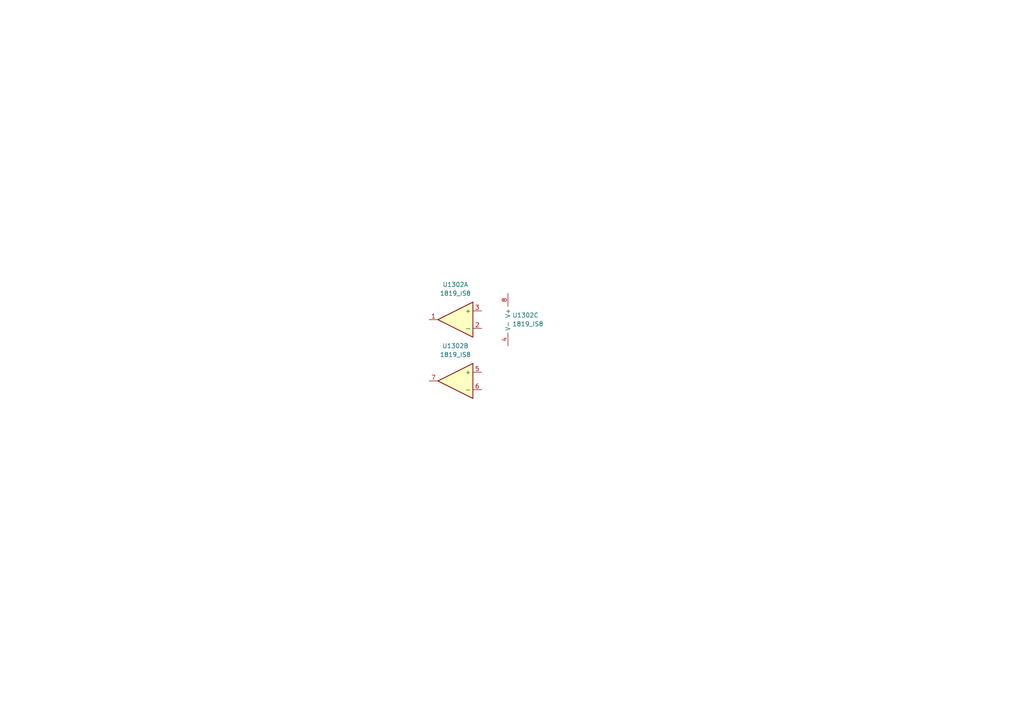
<source format=kicad_sch>
(kicad_sch (version 20250114) (generator "eeschema") (generator_version "9.0")
  (paper "A4")
  (lib_symbols
    (symbol "MYLIB_Misc:LT1819_IS8"
      (property "Reference" "U" (at 0 8.89 0))
      (property "Value" "1819_IS8" (at 0.508 6.858 0))
      (symbol "LT1819_IS8_1_1"
        (polyline (pts (xy -3.81 5.08) (xy 6.35 0) (xy -3.81 -5.08) (xy -3.81 5.08)) (stroke (width 0.254)) (fill (type background)))
        (pin input line (at -6.35 2.54 0) (length 2.54) (name "+") (number "3"))
        (pin input line (at -6.35 -2.54 0) (length 2.54) (name "-") (number "2"))
        (pin output line (at 8.89 0 180) (length 2.54) (name "~") (number "1"))
      )
      (symbol "LT1819_IS8_2_1"
        (polyline (pts (xy -3.81 5.08) (xy 6.35 0) (xy -3.81 -5.08) (xy -3.81 5.08)) (stroke (width 0.254)) (fill (type background)))
        (pin input line (at -6.35 2.54 0) (length 2.54) (name "+") (number "5"))
        (pin input line (at -6.35 -2.54 0) (length 2.54) (name "-") (number "6"))
        (pin output line (at 8.89 0 180) (length 2.54) (name "~") (number "7"))
      )
      (symbol "LT1819_IS8_3_1"
        (pin power_in line (at -6.35 7.62 270) (length 3.81) (name "V+") (number "8"))
        (pin power_in line (at -6.35 -7.62 90) (length 3.81) (name "V-") (number "4"))
      )
    )
  )
  (symbol (lib_id "MYLIB_Misc:LT1819_IS8") (at 140.97 92.71 0) (mirror y) (unit 3)
    (property "Reference" "U1302" (at 148.59 91.4399 0) (effects (justify right)))
    (property "Value" "1819_IS8" (at 148.59 93.9799 0) (effects (justify right)))
    (property "Footprint" "MYLIB_Misc:LT1819" (effects (hide yes)))
    (property "Datasheet" "https://www.analog.com/media/en/technical-documentation/data-sheets/18189fb.pdf" (effects (hide yes)))
    (property "Description" "ual wide bandwidth, high slew rate, low noise and distortion operational amplifi ers with excellent DC performance" (effects (hide yes)))
  )
  (symbol (lib_id "MYLIB_Misc:LT1819_IS8") (at 133.35 92.71 0) (mirror y) (unit 1)
    (property "Reference" "U1302" (at 132.08 82.55 0))
    (property "Value" "1819_IS8" (at 132.08 85.09 0))
    (property "Footprint" "MYLIB_Misc:LT1819" (effects (hide yes)))
    (property "Datasheet" "https://www.analog.com/media/en/technical-documentation/data-sheets/18189fb.pdf" (effects (hide yes)))
    (property "Description" "ual wide bandwidth, high slew rate, low noise and distortion operational amplifi ers with excellent DC performance" (effects (hide yes)))
  )
  (symbol (lib_id "MYLIB_Misc:LT1819_IS8") (at 133.35 110.49 0) (mirror y) (unit 2)
    (property "Reference" "U1302" (at 132.08 100.33 0))
    (property "Value" "1819_IS8" (at 132.08 102.87 0))
    (property "Footprint" "MYLIB_Misc:LT1819" (effects (hide yes)))
    (property "Datasheet" "https://www.analog.com/media/en/technical-documentation/data-sheets/18189fb.pdf" (effects (hide yes)))
    (property "Description" "ual wide bandwidth, high slew rate, low noise and distortion operational amplifi ers with excellent DC performance" (effects (hide yes)))
  )
)
</source>
